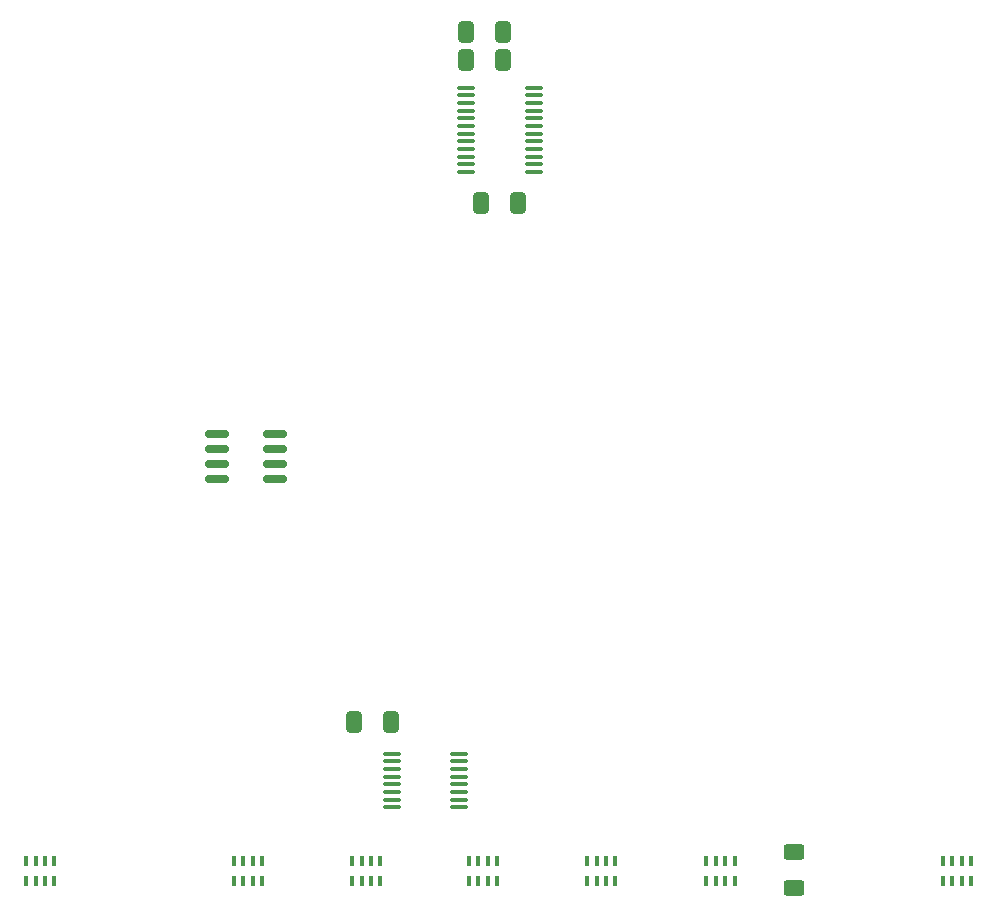
<source format=gbp>
G04 #@! TF.GenerationSoftware,KiCad,Pcbnew,(6.0.6)*
G04 #@! TF.CreationDate,2022-07-23T12:01:03-05:00*
G04 #@! TF.ProjectId,v0,76302e6b-6963-4616-945f-706362585858,v0*
G04 #@! TF.SameCoordinates,Original*
G04 #@! TF.FileFunction,Paste,Bot*
G04 #@! TF.FilePolarity,Positive*
%FSLAX46Y46*%
G04 Gerber Fmt 4.6, Leading zero omitted, Abs format (unit mm)*
G04 Created by KiCad (PCBNEW (6.0.6)) date 2022-07-23 12:01:03*
%MOMM*%
%LPD*%
G01*
G04 APERTURE LIST*
G04 Aperture macros list*
%AMRoundRect*
0 Rectangle with rounded corners*
0 $1 Rounding radius*
0 $2 $3 $4 $5 $6 $7 $8 $9 X,Y pos of 4 corners*
0 Add a 4 corners polygon primitive as box body*
4,1,4,$2,$3,$4,$5,$6,$7,$8,$9,$2,$3,0*
0 Add four circle primitives for the rounded corners*
1,1,$1+$1,$2,$3*
1,1,$1+$1,$4,$5*
1,1,$1+$1,$6,$7*
1,1,$1+$1,$8,$9*
0 Add four rect primitives between the rounded corners*
20,1,$1+$1,$2,$3,$4,$5,0*
20,1,$1+$1,$4,$5,$6,$7,0*
20,1,$1+$1,$6,$7,$8,$9,0*
20,1,$1+$1,$8,$9,$2,$3,0*%
G04 Aperture macros list end*
%ADD10RoundRect,0.150000X-0.825000X-0.150000X0.825000X-0.150000X0.825000X0.150000X-0.825000X0.150000X0*%
%ADD11R,0.400000X0.900000*%
%ADD12RoundRect,0.250000X-0.412500X-0.650000X0.412500X-0.650000X0.412500X0.650000X-0.412500X0.650000X0*%
%ADD13RoundRect,0.250000X0.412500X0.650000X-0.412500X0.650000X-0.412500X-0.650000X0.412500X-0.650000X0*%
%ADD14RoundRect,0.100000X0.637500X0.100000X-0.637500X0.100000X-0.637500X-0.100000X0.637500X-0.100000X0*%
%ADD15RoundRect,0.250000X0.625000X-0.400000X0.625000X0.400000X-0.625000X0.400000X-0.625000X-0.400000X0*%
G04 APERTURE END LIST*
D10*
X113325000Y-86355000D03*
X113325000Y-85085000D03*
X113325000Y-83815000D03*
X113325000Y-82545000D03*
X118275000Y-82545000D03*
X118275000Y-83815000D03*
X118275000Y-85085000D03*
X118275000Y-86355000D03*
D11*
X127200000Y-120450000D03*
X126400000Y-120450000D03*
X125600000Y-120450000D03*
X124800000Y-120450000D03*
X124800000Y-118750000D03*
X125600000Y-118750000D03*
X126400000Y-118750000D03*
X127200000Y-118750000D03*
D12*
X134462500Y-50925000D03*
X137587500Y-50925000D03*
D13*
X128112500Y-107000000D03*
X124987500Y-107000000D03*
D11*
X99600000Y-120450000D03*
X98800000Y-120450000D03*
X98000000Y-120450000D03*
X97200000Y-120450000D03*
X97200000Y-118750000D03*
X98000000Y-118750000D03*
X98800000Y-118750000D03*
X99600000Y-118750000D03*
X177200000Y-120450000D03*
X176400000Y-120450000D03*
X175600000Y-120450000D03*
X174800000Y-120450000D03*
X174800000Y-118750000D03*
X175600000Y-118750000D03*
X176400000Y-118750000D03*
X177200000Y-118750000D03*
D12*
X134462500Y-48525000D03*
X137587500Y-48525000D03*
D11*
X137100000Y-120450000D03*
X136300000Y-120450000D03*
X135500000Y-120450000D03*
X134700000Y-120450000D03*
X134700000Y-118750000D03*
X135500000Y-118750000D03*
X136300000Y-118750000D03*
X137100000Y-118750000D03*
X147100000Y-120450000D03*
X146300000Y-120450000D03*
X145500000Y-120450000D03*
X144700000Y-120450000D03*
X144700000Y-118750000D03*
X145500000Y-118750000D03*
X146300000Y-118750000D03*
X147100000Y-118750000D03*
D14*
X140187500Y-53250000D03*
X140187500Y-53900000D03*
X140187500Y-54550000D03*
X140187500Y-55200000D03*
X140187500Y-55850000D03*
X140187500Y-56500000D03*
X140187500Y-57150000D03*
X140187500Y-57800000D03*
X140187500Y-58450000D03*
X140187500Y-59100000D03*
X140187500Y-59750000D03*
X140187500Y-60400000D03*
X134462500Y-60400000D03*
X134462500Y-59750000D03*
X134462500Y-59100000D03*
X134462500Y-58450000D03*
X134462500Y-57800000D03*
X134462500Y-57150000D03*
X134462500Y-56500000D03*
X134462500Y-55850000D03*
X134462500Y-55200000D03*
X134462500Y-54550000D03*
X134462500Y-53900000D03*
X134462500Y-53250000D03*
D11*
X117200000Y-120450000D03*
X116400000Y-120450000D03*
X115600000Y-120450000D03*
X114800000Y-120450000D03*
X114800000Y-118750000D03*
X115600000Y-118750000D03*
X116400000Y-118750000D03*
X117200000Y-118750000D03*
X157200000Y-120450000D03*
X156400000Y-120450000D03*
X155600000Y-120450000D03*
X154800000Y-120450000D03*
X154800000Y-118750000D03*
X155600000Y-118750000D03*
X156400000Y-118750000D03*
X157200000Y-118750000D03*
D13*
X138875000Y-62975000D03*
X135750000Y-62975000D03*
D15*
X162200000Y-121050000D03*
X162200000Y-117950000D03*
D14*
X133862500Y-109625000D03*
X133862500Y-110275000D03*
X133862500Y-110925000D03*
X133862500Y-111575000D03*
X133862500Y-112225000D03*
X133862500Y-112875000D03*
X133862500Y-113525000D03*
X133862500Y-114175000D03*
X128137500Y-114175000D03*
X128137500Y-113525000D03*
X128137500Y-112875000D03*
X128137500Y-112225000D03*
X128137500Y-111575000D03*
X128137500Y-110925000D03*
X128137500Y-110275000D03*
X128137500Y-109625000D03*
M02*

</source>
